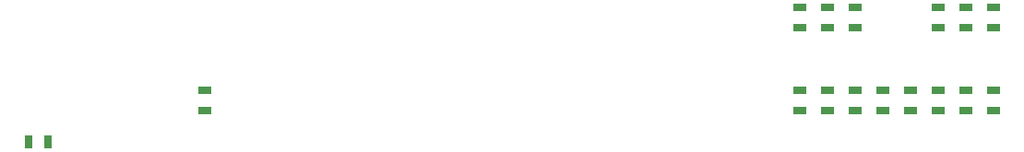
<source format=gtp>
G75*
%MOIN*%
%OFA0B0*%
%FSLAX25Y25*%
%IPPOS*%
%LPD*%
%AMOC8*
5,1,8,0,0,1.08239X$1,22.5*
%
%ADD10R,0.04724X0.03150*%
%ADD11R,0.03150X0.04724*%
D10*
X0101000Y0029957D03*
X0101000Y0037043D03*
X0316000Y0037043D03*
X0326000Y0037043D03*
X0336000Y0037043D03*
X0346000Y0037043D03*
X0356000Y0037043D03*
X0366000Y0037043D03*
X0376000Y0037043D03*
X0386000Y0037043D03*
X0386000Y0029957D03*
X0376000Y0029957D03*
X0366000Y0029957D03*
X0356000Y0029957D03*
X0346000Y0029957D03*
X0336000Y0029957D03*
X0326000Y0029957D03*
X0316000Y0029957D03*
X0316000Y0059957D03*
X0326000Y0059957D03*
X0336000Y0059957D03*
X0366000Y0059957D03*
X0376000Y0059957D03*
X0386000Y0059957D03*
X0386000Y0067043D03*
X0376000Y0067043D03*
X0366000Y0067043D03*
X0336000Y0067043D03*
X0326000Y0067043D03*
X0316000Y0067043D03*
D11*
X0037457Y0018500D03*
X0044543Y0018500D03*
M02*

</source>
